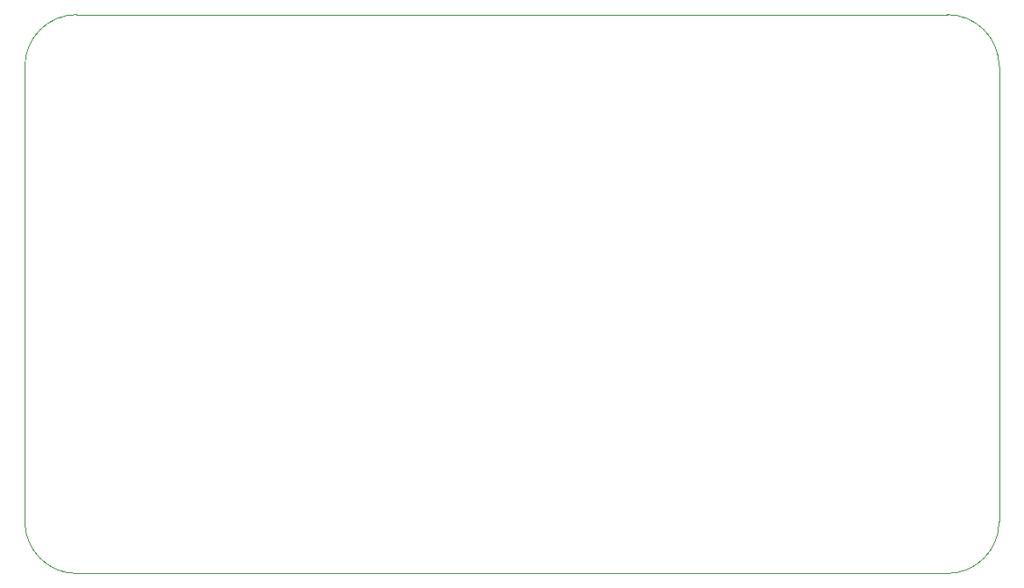
<source format=gbr>
G04 #@! TF.FileFunction,Profile,NP*
%FSLAX46Y46*%
G04 Gerber Fmt 4.6, Leading zero omitted, Abs format (unit mm)*
G04 Created by KiCad (PCBNEW 4.0.3+e1-6302~38~ubuntu15.04.1-stable) date Mon Sep 12 00:10:41 2016*
%MOMM*%
%LPD*%
G01*
G04 APERTURE LIST*
%ADD10C,0.100000*%
G04 APERTURE END LIST*
D10*
X58000000Y-38000000D02*
X142000000Y-38000000D01*
X53000000Y-87000000D02*
X53000000Y-43000000D01*
X142000000Y-92000000D02*
X58000000Y-92000000D01*
X147000000Y-43000000D02*
X147000000Y-87000000D01*
X53000000Y-87000000D02*
G75*
G03X58000000Y-92000000I5000000J0D01*
G01*
X142000000Y-92000000D02*
G75*
G03X147000000Y-87000000I0J5000000D01*
G01*
X147000000Y-43000000D02*
G75*
G03X142000000Y-38000000I-5000000J0D01*
G01*
X58000000Y-38000000D02*
G75*
G03X53000000Y-43000000I0J-5000000D01*
G01*
M02*

</source>
